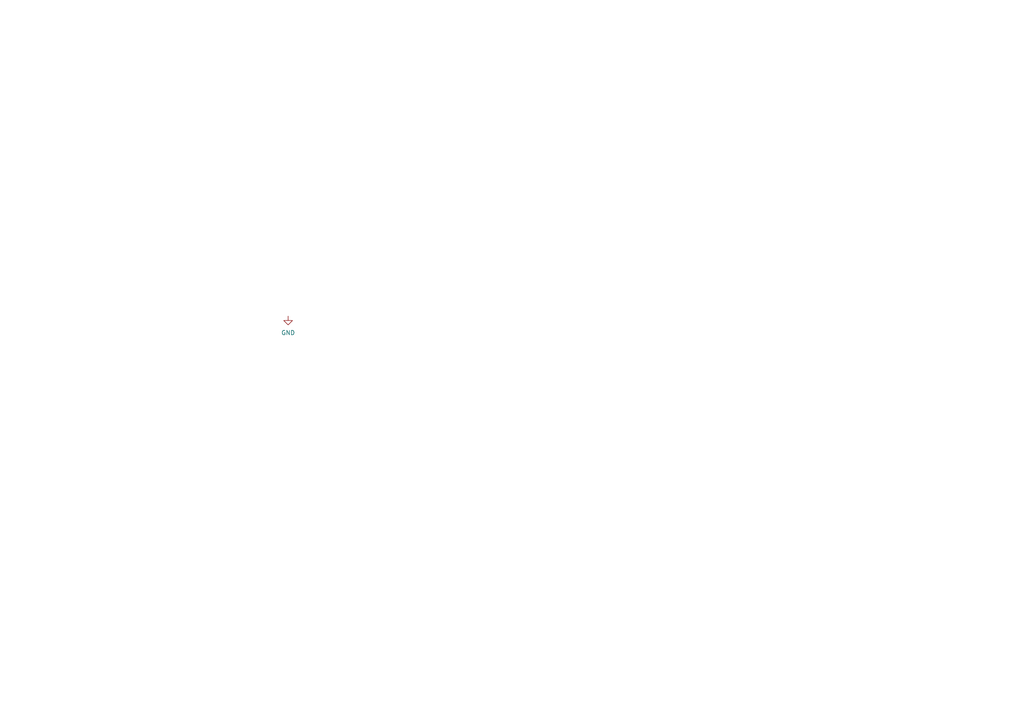
<source format=kicad_sch>
(kicad_sch (version 20211123) (generator eeschema)
  (paper "A4")
  (lib_symbols
    (symbol "power:GND" (power) (pin_names (offset 0))
      (property "Value" "GND" (at 0 -3.81 0))
      (symbol "GND_0_1"
        (polyline (pts (xy 0 0) (xy 0 -1.27) (xy 1.27 -1.27) (xy 0 -2.54) (xy -1.27 -1.27) (xy 0 -1.27)))
      )
      (symbol "GND_1_1"
        (pin power_in line (at 0 0 270) (length 0) hide (name "GND") (number "1"))
      )
    )
  )
  (symbol (lib_id "power:GND") (at 83.566 91.694 0) (unit 1)
    (property "Reference" "#PWR?" (effects hide))
    (property "Value" "GND" (at 83.566 96.52 0))
  )
)
</source>
